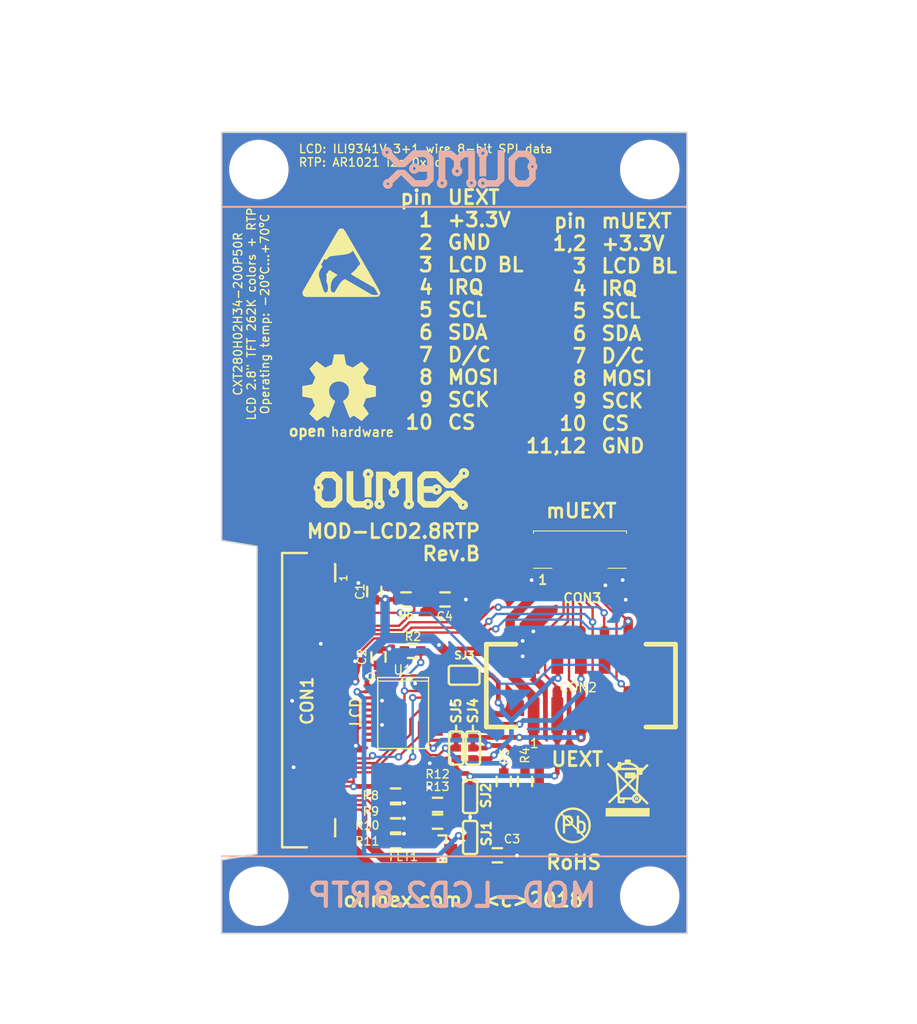
<source format=kicad_pcb>
(kicad_pcb (version 20221018) (generator pcbnew)
  (layers (0 "F.Cu" signal) (31 "B.Cu" signal) (34 "B.Paste" user) (35 "F.Paste" user) (36 "B.SilkS" user "B.Silkscreen") (37 "F.SilkS" user "F.Silkscreen") (38 "B.Mask" user) (39 "F.Mask" user) (44 "Edge.Cuts" user))
  (net 0 "")
  (net 1 "GND")
  (net 2 "+3V3")
  (net 3 "/RESET")
  (net 4 "/MOSI")
  (net 5 "/SCK")
  (net 6 "/NRD")
  (net 7 "/CS")
  (net 8 "/TE")
  (net 9 "/MISO")
  (net 10 "/YU")
  (net 11 "/XL")
  (net 12 "/YD")
  (net 13 "/LEDA")
  (net 14 "/LEDK1")
  (net 15 "/XR")
  (net 16 "/LEDK0")
  (net 17 "/LEDK2")
  (net 18 "/LEDK3")
  (net 19 "/RXD")
  (net 20 "/TXD")
  (net 21 "/SCL")
  (net 22 "/SDA")
  (net 23 "Net-(FET1-Pad1)")
  (net 24 "Net-(U1-Pad6)")
  (net 25 "Net-(U1-Pad10)")
  (net 26 "/D/C")
  (net 27 "Net-(CON1-Pad36)")
  (net 28 "Net-(CON1-Pad37)")
  (net 29 "Net-(R2-Pad1)")
  (net 30 "Net-(U1-Pad12)")
  (net 31 "Net-(R4-Pad1)")
  (net 32 "Net-(R5-Pad1)")
  (net 33 "Net-(R13-Pad1)")
  (net 34 "Net-(SJ1-Pad2)")
  (net 35 "Net-(SJ3-Pad1)")
  (footprint "OLIMEX_RLC-FP:C_0603_5MIL_DWS" (layer "F.Cu") (at 61.4 104.3 -90)
    (fp_text reference "C1")
    (fp_text value "1uF")
  )
  (footprint "OLIMEX_RLC-FP:C_0603_5MIL_DWS" (layer "F.Cu") (at 61.849 111.3282 90)
    (fp_text reference "C2")
    (fp_text value "1uF")
  )
  (footprint "OLIMEX_RLC-FP:C_0603_5MIL_DWS" (layer "F.Cu") (at 74.6252 132.6134 180)
    (fp_text reference "C3")
    (fp_text value "1uF")
  )
  (footprint "FPV-WZB21-50-LF" (layer "F.Cu") (at 55 115.96 90)
    (fp_text reference "CON1")
    (fp_text value "CONN_01X50")
  )
  (footprint "OLIMEX_Connectors-FP:UEXTM-SMD" (layer "F.Cu") (at 83.6 114.4 180)
    (fp_text reference "CON2")
    (fp_text value "BH10S")
  )
  (footprint "OLIMEX_Transistors-FP:SOT23" (layer "F.Cu") (at 68.5 131.9 180)
    (fp_text reference "FET1")
    (fp_text value "IRML6402")
  )
  (footprint "OLIMEX_RLC-FP:R_0603_5MIL_DWS" (layer "F.Cu") (at 63.689 126.2 180)
    (fp_text reference "R8")
    (fp_text value "22R")
  )
  (footprint "OLIMEX_RLC-FP:R_0603_5MIL_DWS" (layer "F.Cu") (at 63.7 127.9 180)
    (fp_text reference "R9")
    (fp_text value "22R")
  )
  (footprint "OLIMEX_RLC-FP:R_0603_5MIL_DWS" (layer "F.Cu") (at 63.7 129.4 180)
    (fp_text reference "R10")
    (fp_text value "22R")
  )
  (footprint "OLIMEX_RLC-FP:R_0603_5MIL_DWS" (layer "F.Cu") (at 63.7 131.1 180)
    (fp_text reference "R11")
    (fp_text value "22R")
  )
  (footprint "OLIMEX_IC-FP:SSOP-20W" (layer "F.Cu") (at 64.502 117.339999 -90)
    (fp_text reference "U1")
    (fp_text value "AR1021T-I_SS(SSOP-20)")
  )
  (footprint "OLIMEX_Other-FP:Mounting_hole_3.3mm" (layer "F.Cu") (at 91 59)
    (fp_text reference "MountingHole*" hide)
    (fp_text value "Mounting_hole_3.3mm" hide)
  )
  (footprint "OLIMEX_Other-FP:Mounting_hole_3.3mm" (layer "F.Cu") (at 49 59)
    (fp_text reference "MountingHole*" hide)
    (fp_text value "Mounting_hole_3.3mm" hide)
  )
  (footprint "OLIMEX_Other-FP:Mounting_hole_3.3mm" (layer "F.Cu") (at 49 137)
    (fp_text reference "MountingHole*" hide)
    (fp_text value "Mounting_hole_3.3mm" hide)
  )
  (footprint "OLIMEX_Other-FP:Mounting_hole_3.3mm" (layer "F.Cu") (at 91 137)
    (fp_text reference "MountingHole*" hide)
    (fp_text value "Mounting_hole_3.3mm" hide)
  )
  (footprint "OLIMEX_RLC-FP:R_0603_5MIL_DWS" (layer "F.Cu") (at 65.518 110.6678)
    (fp_text reference "R2")
    (fp_text value "20K")
  )
  (footprint "OLIMEX_RLC-FP:R_0603_5MIL_DWS" (layer "F.Cu") (at 77.597 124.685 -90)
    (fp_text reference "R4")
    (fp_text value "4.7k")
  )
  (footprint "OLIMEX_RLC-FP:R_0603_5MIL_DWS" (layer "F.Cu") (at 75.311 124.685001 -90)
    (fp_text reference "R5")
    (fp_text value "4.7k")
  )
  (footprint "OLIMEX_RLC-FP:R_0603_5MIL_DWS" (layer "F.Cu") (at 68.2 127.2 180)
    (fp_text reference "R12")
    (fp_text value "100K")
  )
  (footprint "OLIMEX_RLC-FP:R_0603_5MIL_DWS" (layer "F.Cu") (at 68.2 129 180)
    (fp_text reference "R13")
    (fp_text value "4.7K")
  )
  (footprint "OLIMEX_RLC-FP:C_0603_5MIL_DWS" (layer "F.Cu") (at 69 105.15)
    (fp_text reference "C4")
    (fp_text value "1uF")
  )
  (footprint "OLIMEX_RLC-FP:R_0603_5MIL_DWS" (layer "F.Cu") (at 64.805476 105.15)
    (fp_text reference "R6")
    (fp_text value "20K")
  )
  (footprint "OLIMEX_Connectors-FP:FPV-WZB21-12-LF" (layer "F.Cu") (at 83.5 100.3)
    (fp_text reference "CON3")
    (fp_text value "CON12")
  )
  (footprint "OLIMEX_LOGOs-FP:OLIMEX_LOGO_TB" (layer "F.Cu") (at 63.3984 93.2688)
    (fp_text reference "" hide)
    (fp_text value "" hide)
  )
  (footprint "OLIMEX_LOGOs-FP:LOGO_PBFREE" (layer "F.Cu") (at 82.9428 129.7176)
    (fp_text reference "")
    (fp_text value "")
  )
  (footprint "OLIMEX_LOGOs-FP:LOGO_OPENHARDWARE_8x8" (layer "F.Cu") (at 57.6072 82.9056)
    (fp_text reference "" hide)
    (fp_text value "" hide)
  )
  (footprint "OLIMEX_LOGOs-FP:LOGO_RECYCLEBIN_1" (layer "F.Cu") (at 86.2838 128.4224)
    (fp_text reference "" hide)
    (fp_text value "" hide)
  )
  (footprint "OLIMEX_LOGOs-FP:LOGO_STATIC_250" (layer "F.Cu") (at 57.8612 68.9864)
    (fp_text reference "" hide)
    (fp_text value "" hide)
  )
  (footprint "OLIMEX_Other-FP:Fiducial1x3_transp" (layer "F.Cu") (at 91 130.5)
    (fp_text reference "Ref*" hide)
    (fp_text value "Val**" hide)
  )
  (footprint "OLIMEX_Other-FP:Fiducial1x3_transp" (layer "F.Cu") (at 49 95)
    (fp_text reference "Ref*" hide)
    (fp_text value "Val**" hide)
  )
  (footprint "OLIMEX_Other-FP:Fiducial1x3_transp" (layer "F.Cu") (at 91 95)
    (fp_text reference "Ref*" hide)
    (fp_text value "Val**" hide)
  )
  (footprint "OLIMEX_Other-FP:Fiducial1x3_transp" (layer "F.Cu") (at 55 137)
    (fp_text reference "Ref*" hide)
    (fp_text value "Val**" hide)
  )
  (footprint "OLIMEX_Jumpers-FP:SJ_2_SMALL_12_TIED" (layer "F.Cu") (at 71.7 130.7 -90)
    (fp_text reference "SJ1")
    (fp_text value "SJ2W_Closed(1-2)")
  )
  (footprint "OLIMEX_Jumpers-FP:SJ_2_SMALL_12_TIED" (layer "F.Cu") (at 71.7 126.3 90)
    (fp_text reference "SJ2")
    (fp_text value "SJ2W_Closed(1-2)")
  )
  (footprint "OLIMEX_Jumpers-FP:SJ" (layer "F.Cu") (at 71.0565 113.284)
    (fp_text reference "SJ3")
    (fp_text value "open")
  )
  (footprint "OLIMEX_Jumpers-FP:SJ_2_SMALL_12_TIED" (layer "F.Cu") (at 72 121.1 -90)
    (fp_text reference "SJ4")
    (fp_text value "SJ2W_Closed(1-2)")
  )
  (footprint "OLIMEX_Jumpers-FP:SJ_2_SMALL_12_TIED" (layer "F.Cu") (at 70.2 121.1 -90)
    (fp_text reference "SJ5")
    (fp_text value "SJ2W_Closed(1-2)")
  )
  (footprint "OLIMEX_LOGOs-FP:OLIMEX_LOGO_TB" (layer "B.Cu") (at 70.4 58.81 180)
    (fp_text reference "" hide)
    (fp_text value "" hide)
  )
  (gr_line (start 45 132.725) (end 95 132.725) (stroke (width 0.2)) (layer "B.SilkS"))
  (gr_line (start 95 63) (end 45 63) (stroke (width 0.2)) (layer "B.SilkS"))
  (gr_line (start 95 141) (end 45 141) (stroke (width 0.15)) (layer "Edge.Cuts"))
  (gr_line (start 95 55) (end 95 141) (stroke (width 0.15)) (layer "Edge.Cuts"))
  (gr_line (start 45 55) (end 95 55) (stroke (width 0.15)) (layer "Edge.Cuts"))
  (gr_line (start 48.81 132.47) (end 45 133.105) (stroke (width 0.15)) (layer "Edge.Cuts"))
  (gr_line (start 45 98.815) (end 45 55) (stroke (width 0.15)) (layer "Edge.Cuts"))
  (gr_line (start 45 133.105) (end 45 141) (stroke (width 0.15)) (layer "Edge.Cuts"))
  (gr_line (start 45 98.815) (end 48.81 99.45) (stroke (width 0.15)) (layer "Edge.Cuts"))
  (gr_line (start 48.81 99.45) (end 48.81 132.47) (stroke (width 0.15)) (layer "Edge.Cuts"))
  (gr_text "MOD-LCD2.8RTP" (at 69.765 136.915) (layer "B.SilkS") (effects (font (size 2.5 2.5) (thickness 0.45)) (justify mirror)))
  (gr_text "mUEXT" (at 83.6422 95.631) (layer "F.SilkS") (effects (font (size 1.5 1.5) (thickness 0.3))))
  (gr_text "mUEXT\n+3.3V\nLCD BL\nIRQ\nSCL\nSDA\nD/C\nMOSI\nSCK\nCS\nGND" (at 85.64 76.59) (layer "F.SilkS") (effects (font (size 1.5 1.5) (thickness 0.3)) (justify left)))
  (gr_text "UEXT\n+3.3V\nGND\nLCD BL\nIRQ\nSCL\nSDA\nD/C\nMOSI\nSCK\nCS" (at 69.13 74.05) (layer "F.SilkS") (effects (font (size 1.5 1.5) (thickness 0.3)) (justify left)))
  (gr_text "pin\n1\n2\n3\n4\n5\n6\n7\n8\n9\n10" (at 67.86 74.05) (layer "F.SilkS") (effects (font (size 1.5 1.5) (thickness 0.3)) (justify right)))
  (gr_text "LCD: ILI9341V 3+1 wire 8-bit SPI data\nRTP: AR1021 i2c 0x4d" (at 53.2 57.5) (layer "F.SilkS") (effects (font (size 0.9 0.9)) (justify left)))
  (gr_text "pin\n1,2\n3\n4\n5\n6\n7\n8\n9\n10\n11,12" (at 84.37 76.59) (layer "F.SilkS") (effects (font (size 1.5 1.5) (thickness 0.3)) (justify right)))
  (gr_text "UEXT" (at 83.2 122.3) (layer "F.SilkS") (effects (font (size 1.5 1.5) (thickness 0.3))))
  (gr_text "1" (at 79.502 103.0478) (layer "F.SilkS") (effects (font (size 1 1) (thickness 0.2))))
  (gr_text "olimex.com  <c>2018" (at 70.9676 137.3886) (layer "F.SilkS") (effects (font (size 1.5 1.5) (thickness 0.3))))
  (gr_text "RoHS" (at 82.8294 133.3754) (layer "F.SilkS") (effects (font (size 1.5 1.5) (thickness 0.3))))
  (gr_text "MOD-LCD2.8RTP\nRev.B" (at 72.9488 99.0346) (layer "F.SilkS") (effects (font (size 1.5 1.5) (thickness 0.3)) (justify right)))
  (gr_text "CXT280H02H34-200P50R\nLCD 2.8\" TFT 262K colors + RTP\nOperating temp: -20ºC...+70ºC" (at 48.2 74.5 90) (layer "F.SilkS") (effects (font (size 0.9 0.9))))
  (gr_text "LCD" (at 59.3725 117.221 90) (layer "F.SilkS") (effects (font (size 1.1 1.1) (thickness 0.2))))
  (segment (start 64.9732 125.2982) (end 64.578 125.6934) (width 0.508) (layer "F.Cu") (net 1))
  (segment (start 57.75 111.71) (end 55.94 111.71) (width 0.254) (layer "F.Cu") (net 1))
  (segment (start 61.4 103.411) (end 69.375 103.411) (width 0.508) (layer "F.Cu") (net 1))
  (segment (start 55.94 103.71) (end 55.65 104) (width 0.254) (layer "F.Cu") (net 1))
  (segment (start 77.343 109.601) (end 77.343 110.048) (width 1.016) (layer "F.Cu") (net 1))
  (segment (start 64.589 129.4) (end 64.589 128.651) (width 0.508) (layer "F.Cu") (net 1))
  (segment (start 58.858 104.21) (end 59.69 103.378) (width 0.254) (layer "F.Cu") (net 1))
  (segment (start 88.4 99.95) (end 88.4 97.6202) (width 1.016) (layer "F.Cu") (net 1))
  (segment (start 57.75 116.71) (end 55.86 116.71) (width 0.254) (layer "F.Cu") (net 1))
  (segment (start 57.75 114.71) (end 55.86 114.71) (width 0.254) (layer "F.Cu") (net 1))
  (segment (start 66.2932 125.2982) (end 64.9732 125.2982) (width 0.508) (layer "F.Cu") (net 1))
  (segment (start 55.86 107.71) (end 55.65 107.5) (width 0.254) (layer "F.Cu") (net 1))
  (segment (start 57.75 106.71) (end 55.86 106.71) (width 0.254) (layer "F.Cu") (net 1))
  (segment (start 55.94 112.71) (end 55.65 113) (width 0.254) (layer "F.Cu") (net 1))
  (segment (start 71.7 127.443) (end 71.7 128.524) (width 0.508) (layer "F.Cu") (net 1))
  (segment (start 66.031999 114.418999) (end 65.786 114.173) (width 0.254) (layer "F.Cu") (net 1))
  (segment (start 61.849 110.4392) (end 62.992 110.4392) (width 0.508) (layer "F.Cu") (net 1))
  (segment (start 69.6595 116.961187) (end 69.6595 116.395502) (width 0.25) (layer "F.Cu") (net 1))
  (segment (start 66.295 125.3) (end 66.2932 125.2982) (width 0.508) (layer "F.Cu") (net 1))
  (segment (start 55.86 104.21) (end 55.65 104) (width 0.254) (layer "F.Cu") (net 1))
  (segment (start 68.1215 118.314999) (end 69.0065 118.314999) (width 0.25) (layer "F.Cu") (net 1))
  (segment (start 57.75 104.21) (end 58.858 104.21) (width 0.254) (layer "F.Cu") (net 1))
  (segment (start 55.65 117.5) (end 55.65 118) (width 1.016) (layer "F.Cu") (net 1))
  (segment (start 55.94 118.71) (end 55.65 119) (width 0.254) (layer "F.Cu") (net 1))
  (segment (start 55.86 119.21) (end 55.65 119) (width 0.254) (layer "F.Cu") (net 1))
  (segment (start 57.75 125.71) (end 55.94 125.71) (width 0.254) (layer "F.Cu") (net 1))
  (segment (start 57.75 115.71) (end 55.86 115.71) (width 0.254) (layer "F.Cu") (net 1))
  (segment (start 57.75 103.71) (end 55.94 103.71) (width 0.254) (layer "F.Cu") (net 1))
  (segment (start 71.247 105.156) (end 69.895 105.156) (width 0.508) (layer "F.Cu") (net 1))
  (segment (start 69.6595 117.661999) (end 69.6595 116.961187) (width 0.25) (layer "F.Cu") (net 1))
  (segment (start 55.65 112) (end 55.65 113) (width 1.016) (layer "F.Cu") (net 1))
  (segment (start 64.578 125.6934) (end 64.578 126.2) (width 0.508) (layer "F.Cu") (net 1))
  (segment (start 57.75 115.21) (end 55.94 115.21) (width 0.254) (layer "F.Cu") (net 1))
  (segment (start 55.86 115.71) (end 55.65 115.5) (width 0.254) (layer "F.Cu") (net 1))
  (segment (start 60.8825 115.714999) (end 61.930498 115.714999) (width 0.25) (layer "F.Cu") (net 1))
  (segment (start 55.65 114.5) (end 55.65 115.5) (width 1.016) (layer "F.Cu") (net 1))
  (segment (start 55.65 114) (end 55.65 114.5) (width 1.016) (layer "F.Cu") (net 1))
  (segment (start 78.493 111.252) (end 78.52 111.225) (width 1.016) (layer "F.Cu") (net 1))
  (segment (start 77.343 111.252) (end 78.493 111.252) (width 1.016) (layer "F.Cu") (net 1))
  (segment (start 55.65 120) (end 55.65 126) (width 1.016) (layer "F.Cu") (net 1))
  (segment (start 55.94 116.21) (end 55.65 116.5) (width 0.254) (layer "F.Cu") (net 1))
  (segment (start 78.6 99.95) (end 78.6 102.7814) (width 1.016) (layer "F.Cu") (net 1))
  (segment (start 55.86 120.21) (end 55.65 120) (width 0.254) (layer "F.Cu") (net 1))
  (segment (start 64.589 127) (end 64.589 126.211) (width 0.508) (layer "F.Cu") (net 1))
  (segment (start 77.343 110.048) (end 78.52 111.225) (width 1.016) (layer "F.Cu") (net 1))
  (segment (start 76.708 132.6134) (end 76.7334 132.6388) (width 0.508) (layer "F.Cu") (net 1))
  (segment (start 78.359 108.585) (end 77.343 109.601) (width 1.016) (layer "F.Cu") (net 1))
  (segment (start 61.883001 118.964999) (end 62.23 118.618) (width 0.25) (layer "F.Cu") (net 1))
  (segment (start 59.69 103.378) (end 61.367 103.378) (width 0.508) (layer "F.Cu") (net 1))
  (segment (start 55.65 106.5) (end 55.65 107) (width 1.016) (layer "F.Cu") (net 1))
  (segment (start 64.589 128.651) (end 64.589 127.9) (width 0.508) (layer "F.Cu") (net 1))
  (segment (start 61.879502 116.364999) (end 62.23 116.014501) (width 0.25) (layer "F.Cu") (net 1))
  (segment (start 71.7 128.524) (end 71.7 129.557) (width 0.508) (layer "F.Cu") (net 1))
  (segment (start 55.94 111.71) (end 55.65 112) (width 0.254) (layer "F.Cu") (net 1))
  (segment (start 61.926999 118.314999) (end 62.23 118.618) (width 0.25) (layer "F.Cu") (net 1))
  (segment (start 55.94 115.21) (end 55.65 115.5) (width 0.254) (layer "F.Cu") (net 1))
  (segment (start 55.65 109.9058) (end 55.65 112) (width 1.016) (layer "F.Cu") (net 1))
  (segment (start 68.4136 116.374799) (end 68.434303 116.395502) (width 0.254) (layer "F.Cu") (net 1))
  (segment (start 55.65 116.5) (end 55.65 117.5) (width 1.016) (layer "F.Cu") (net 1))
  (segment (start 78.6 102.7814) (end 78.3082 103.0732) (width 1.016) (layer "F.Cu") (net 1))
  (segment (start 64.589 131.1) (end 64.589 130.302) (width 0.508) (layer "F.Cu") (net 1))
  (segment (start 57.75 113.21) (end 55.86 113.21) (width 0.254) (layer "F.Cu") (net 1))
  (segment (start 60.946 118.330599) (end 60.946 118.344185) (width 0.254) (layer "F.Cu") (net 1))
  (segment (start 78.6 99.95) (end 88.4 99.95) (width 1.016) (layer "F.Cu") (net 1))
  (segment (start 55.86 114.71) (end 55.65 114.5) (width 0.254) (layer "F.Cu") (net 1))
  (segment (start 64.589 130.302) (end 64.589 129.4) (width 0.508) (layer "F.Cu") (net 1))
  (segment (start 69.889 103.925) (end 69.889 105.15) (width 0.508) (layer "F.Cu") (net 1))
  (segment (start 57.75 113.71) (end 55.94 113.71) (width 0.254) (layer "F.Cu") (net 1))
  (segment (start 67.311 125.3) (end 66.295 125.3) (width 0.508) (layer "F.Cu") (net 1))
  (segment (start 55.65 115.5) (end 55.65 116.5) (width 1.016) (layer "F.Cu") (net 1))
  (segment (start 57.75 114.21) (end 55.94 114.21) (width 0.254) (layer "F.Cu") (net 1))
  (segment (start 69.375 103.411) (end 69.889 103.925) (width 0.508) (layer "F.Cu") (net 1))
  (segment (start 57.75 112.21) (end 55.86 112.21) (width 0.254) (layer "F.Cu") (net 1))
  (segment (start 78.6 99.95) (end 76.8868 99.95) (width 1.016) (layer "F.Cu") (net 1))
  (segment (start 57.75 116.21) (end 55.94 116.21) (width 0.254) (layer "F.Cu") (net 1))
  (segment (start 61.930498 115.714999) (end 62.23 116.014501) (width 0.25) (layer "F.Cu") (net 1))
  (segment (start 57.75 119.21) (end 55.86 119.21) (width 0.254) (layer "F.Cu") (net 1))
  (segment (start 55.65 118) (end 55.65 119) (width 1.016) (layer "F.Cu") (net 1))
  (segment (start 55.65 105) (end 55.65 106) (width 1.016) (layer "F.Cu") (net 1))
  (segment (start 55.65 104) (end 55.65 105) (width 1.016) (layer "F.Cu") (net 1))
  (segment (start 85.75 102.05) (end 85.75 103.149) (width 0.254) (layer "F.Cu") (net 1))
  (segment (start 59.358 103.71) (end 59.69 103.378) (width 0.254) (layer "F.Cu") (net 1))
  (segment (start 57.75 103.71) (end 59.358 103.71) (width 0.254) (layer "F.Cu") (net 1))
  (segment (start 88.4 102.7604) (end 88.0872 103.0732) (width 1.016) (layer "F.Cu") (net 1))
  (segment (start 55.65 113) (end 55.65 114) (width 1.016) (layer "F.Cu") (net 1))
  (segment (start 55.94 113.71) (end 55.65 114) (width 0.254) (layer "F.Cu") (net 1))
  (segment (start 55.86 116.71) (end 55.65 116.5) (width 0.254) (layer "F.Cu") (net 1))
  (segment (start 78.6 99.95) (end 78.6 97.6246) (width 1.016) (layer "F.Cu") (net 1))
  (segment (start 88.4 99.95) (end 90.6008 99.95) (width 1.016) (layer "F.Cu") (net 1))
  (segment (start 57.75 119.71) (end 55.94 119.71) (width 0.254) (layer "F.Cu") (net 1))
  (segment (start 55.94 125.71) (end 55.65 126) (width 0.254) (layer "F.Cu") (net 1))
  (segment (start 68.434303 116.395502) (end 69.093815 116.395502) (width 0.254) (layer "F.Cu") (net 1))
  (segment (start 55.94 119.71) (end 55.65 120) (width 0.254) (layer "F.Cu") (net 1))
  (segment (start 64.589 126.211) (end 64.578 126.2) (width 0.508) (layer "F.Cu") (net 1))
  (segment (start 55.86 106.21) (end 55.65 106) (width 0.254) (layer "F.Cu") (net 1))
  (segment (start 86.25 102.05) (end 86.25 103.615) (width 0.254) (layer "F.Cu") (net 1))
  (segment (start 62.992 110.4392) (end 63.0174 110.4646) (width 0.508) (layer "F.Cu") (net 1))
  (segment (start 55.86 105.21) (end 55.65 105) (width 0.254) (layer "F.Cu") (net 1))
  (segment (start 57.75 118.71) (end 55.94 118.71) (width 0.254) (layer "F.Cu") (net 1))
  (segment (start 55.65 119) (end 55.65 120) (width 1.016) (layer "F.Cu") (net 1))
  (segment (start 57.75 118.21) (end 55.86 118.21) (width 0.254) (layer "F.Cu") (net 1))
  (segment (start 67.169 114.418999) (end 66.031999 114.418999) (width 0.254) (layer "F.Cu") (net 1))
  (segment (start 86.25 103.615) (end 86.233 103.632) (width 0.254) (layer "F.Cu") (net 1))
  (segment (start 57.75 120.21) (end 55.86 120.21) (width 0.254) (layer "F.Cu") (net 1))
  (segment (start 55.65 106) (end 55.65 106.5) (width 1.016) (layer "F.Cu") (net 1))
  (segment (start 55.86 113.21) (end 55.65 113) (width 0.254) (layer "F.Cu") (net 1))
  (segment (start 57.75 105.21) (end 55.86 105.21) (width 0.254) (layer "F.Cu") (net 1))
  (segment (start 55.65 126) (end 55.65 130.36) (width 1.016) (layer "F.Cu") (net 1))
  (segment (start 57.75 104.21) (end 55.86 104.21) (width 0.254) (layer "F.Cu") (net 1))
  (segment (start 60.946 118.965599) (end 60.946 118.891815) (width 0.254) (layer "F.Cu") (net 1))
  (segment (start 57.75 107.71) (end 55.86 107.71) (width 0.254) (layer "F.Cu") (net 1))
  (segment (start 55.86 112.21) (end 55.65 112) (width 0.254) (layer "F.Cu") (net 1))
  (segment (start 60.8825 118.964999) (end 61.883001 118.964999) (width 0.25) (layer "F.Cu") (net 1))
  (segment (start 55.94 117.71) (end 55.65 118) (width 0.254) (layer "F.Cu") (net 1))
  (segment (start 55.94 114.21) (end 55.65 114.5) (width 0.254) (layer "F.Cu") (net 1))
  (segment (start 55.65 101.56) (end 55.65 104) (width 1.016) (layer "F.Cu") (net 1))
  (segment (start 75.5142 132.6134) (end 76.708 132.6134) (width 0.508) (layer "F.Cu") (net 1))
  (segment (start 78.486 108.585) (end 78.359 108.585) (width 1.016) (layer "F.Cu") (net 1))
  (segment (start 55.65 107.5) (end 55.65 109.9058) (width 1.016) (layer "F.Cu") (net 1))
  (segment (start 55.86 118.21) (end 55.65 118) (width 0.254) (layer "F.Cu") (net 1))
  (segment (start 69.093815 116.395502) (end 69.6595 116.395502) (width 0.254) (layer "F.Cu") (net 1))
  (segment (start 61.367 103.378) (end 61.4 103.411) (width 0.508) (layer "F.Cu") (net 1))
  (segment (start 64.589 127.9) (end 64.589 127) (width 0.508) (layer "F.Cu") (net 1))
  (segment (start 60.8825 116.364999) (end 61.879502 116.364999) (width 0.25) (layer "F.Cu") (net 1))
  (segment (start 55.94 117.21) (end 55.65 117.5) (width 0.254) (layer "F.Cu") (net 1))
  (segment (start 55.86 107.21) (end 55.65 107) (width 0.254) (layer "F.Cu") (net 1))
  (segment (start 55.65 107) (end 55.65 107.5) (width 1.016) (layer "F.Cu") (net 1))
  (segment (start 69.0065 118.314999) (end 69.6595 117.661999) (width 0.25) (layer "F.Cu") (net 1))
  (segment (start 67.169 114.418999) (end 68.058 114.418999) (width 0.254) (layer "F.Cu") (net 1))
  (segment (start 57.75 117.71) (end 55.94 117.71) (width 0.254) (layer "F.Cu") (net 1))
  (segment (start 57.75 112.71) (end 55.94 112.71) (width 0.254) (layer "F.Cu") (net 1))
  (segment (start 69.895 105.156) (end 69.889 105.15) (width 0.508) (layer "F.Cu") (net 1))
  (segment (start 60.8825 118.314999) (end 61.926999 118.314999) (width 0.25) (layer "F.Cu") (net 1))
  (segment (start 55.86 106.71) (end 55.65 106.5) (width 0.254) (layer "F.Cu") (net 1))
  (segment (start 57.75 106.21) (end 55.86 106.21) (width 0.254) (layer "F.Cu") (net 1))
  (segment (start 85.75 103.149) (end 86.233 103.632) (width 0.254) (layer "F.Cu") (net 1))
  (segment (start 57.75 107.21) (end 55.86 107.21) (width 0.254) (layer "F.Cu") (net 1))
  (segment (start 88.4 99.95) (end 88.4 102.7604) (width 1.016) (layer "F.Cu") (net 1))
  (segment (start 57.75 117.21) (end 55.94 117.21) (width 0.254) (layer "F.Cu") (net 1))
  (via (at 77.343 109.601) (size 0.8) (drill 0.4) (layers "F.Cu" "B.Cu") (net 1))
  (via (at 77.343 111.252) (size 0.8) (drill 0.4) (layers "F.Cu" "B.Cu") (net 1))
  (via (at 86.233 103.632) (size 0.8) (drill 0.4) (layers "F.Cu" "B.Cu") (net 1))
  (via (at 71.247 105.156) (size 0.8) (drill 0.4) (layers "F.Cu" "B.Cu") (net 1))
  (via (at 59.69 103.378) (size 0.8) (drill 0.4) (layers "F.Cu" "B.Cu") (net 1))
  (via (at 78.486 108.585) (size 0.8) (drill 0.4) (layers "F.Cu" "B.Cu") (net 1))
  (via (at 52.578 116.0272) (size 0.8) (drill 0.4) (layers "F.Cu" "B.Cu") (net 1))
  (via (at 55.65 109.9058) (size 0.8) (drill 0.4) (layers "F.Cu" "B.Cu") (net 1))
  (via (at 64.589 130.302) (size 0.8) (drill 0.4) (layers "F.Cu" "B.Cu") (net 1))
  (via (at 78.3082 103.0732) (size 0.8) (drill 0.4) (layers "F.Cu" "B.Cu") (net 1))
  (via (at 59.3598 113.9952) (size 0.8) (drill 0.4) (layers "F.Cu" "B.Cu") (net 1))
  (via (at 67.3608 122.7328) (size 0.8) (drill 0.4) (layers "F.Cu" "B.Cu") (net 1))
  (via (at 62.23 116.014501) (size 0.8) (drill 0.4) (layers "F.Cu" "B.Cu") (net 1))
  (via (at 71.7 128.524) (size 0.8) (drill 0.4) (layers "F.Cu" "B.Cu") (net 1))
  (via (at 67.3354 125.349) (size 0.8) (drill 0.4) (layers "F.Cu" "B.Cu") (net 1))
  (via (at 65.786 114.173) (size 0.8) (drill 0.4) (layers "F.Cu" "B.Cu") (net 1))
  (via (at 62.23 118.618) (size 0.8) (drill 0.4) (layers "F.Cu" "B.Cu") (net 1))
  (via (at 59.4106 120.8532) (size 0.8) (drill 0.4) (layers "F.Cu" "B.Cu") (net 1))
  (via (at 52.7304 123.1646) (size 0.8) (drill 0.4) (layers "F.Cu" "B.Cu") (net 1))
  (via (at 76.7334 132.6388) (size 0.8) (drill 0.4) (layers "F.Cu" "B.Cu") (net 1))
  (via (at 88.0872 103.0732) (size 0.8) (drill 0.4) (layers "F.Cu" "B.Cu") (net 1))
  (via (at 69.6595 116.395502) (size 0.8) (drill 0.4) (layers "F.Cu" "B.Cu") (net 1))
  (via (at 64.589 127) (size 0.8) (drill 0.4) (layers "F.Cu" "B.Cu") (net 1))
  (via (at 59.3344 111.7854) (size 0.8) (drill 0.4) (layers "F.Cu" "B.Cu") (net 1))
  (via (at 63.0174 110.4646) (size 0.8) (drill 0.4) (layers "F.Cu" "B.Cu") (net 1))
  (via (at 88.4174 105.1814) (size 0.8) (drill 0.4) (layers "F.Cu" "B.Cu") (net 1))
  (via (at 64.589 128.651) (size 0.8) (drill 0.4) (layers "F.Cu" "B.Cu") (net 1))
  (segment (start 71.646999 107.145041) (end 74.102958 109.601) (width 1.016) (layer "B.Cu") (net 1))
  (segment (start 74.102958 109.601) (end 77.245156 109.601) (width 1.016) (layer "B.Cu") (net 1))
  (segment (start 86.233 103.632) (end 72.771 103.632) (width 1.016) (layer "B.Cu") (net 1))
  (segment (start 77.245156 109.601) (end 77.294078 109.649922) (width 1.016) (layer "B.Cu") (net 1))
  (segment (start 77.343 109.601) (end 77.343 111.252) (width 1.016) (layer "B.Cu") (net 1))
  (segment (start 59.69 103.378) (end 69.469 103.378) (width 1.016) (layer "B.Cu") (net 1))
  (segment (start 71.646999 105.555999) (end 71.646999 107.145041) (width 1.016) (layer "B.Cu") (net 1))
  (segment (start 71.247 105.156) (end 71.646999 105.555999) (width 1.016) (layer "B.Cu") (net 1))
  (segment (start 59.69 105.8658) (end 55.65 109.9058) (width 1.016) (layer "B.Cu") (net 1))
  (segment (start 72.771 103.632) (end 71.247 105.156) (width 1.016) (layer "B.Cu") (net 1))
  (segment (start 59.69 103.378) (end 59.69 105.8658) (width 1.016) (layer "B.Cu") (net 1))
  (segment (start 69.469 103.378) (end 71.247 105.156) (width 1.016) (layer "B.Cu") (net 1))
  (segment (start 80.9752 103.2288) (end 80.75 103.0036) (width 0.254) (layer "F.Cu") (net 2))
  (segment (start 58.654 124.71) (end 58.658 124.714) (width 0.254) (layer "F.Cu") (net 2))
  (segment (start 61.4 105.189) (end 60.921 104.71) (width 0.508) (layer "F.Cu") (net 2))
  (segment (start 71.7 131.843) (end 71.7 133.041) (width 0.508) (layer "F.Cu") (net 2))
  (segment (start 77.597 126.59) (end 77.6224 126.6154) (width 0.508) (layer "F.Cu") (net 2))
  (segment (start 62.5602 105.15) (end 61.439 105.15) (width 0.508) (layer "F.Cu") (net 2))
  (segment (start 78.52 117.575) (end 78.52 116.7044) (width 1.016) (layer "F.Cu") (net 2))
  (segment (start 81.25 102.954) (end 80.9752 103.2288) (width 0.254) (layer "F.Cu") (net 2))
  (segment (start 59.182 124.714) (end 59.182 125.222) (width 0.254) (layer "F.Cu") (net 2))
  (segment (start 71.7804 133.1214) (end 69.85 133.1214) (width 1.016) (layer "F.Cu") (net 2))
  (segment (start 69.60236 131.01956) (end 69.60236 131.89746) (width 0.254) (layer "F.Cu") (net 2))
  (segment (start 61.341 125.222) (end 62.103 124.46) (width 0.508) (layer "F.Cu") (net 2))
  (segment (start 61.4 105.189) (end 60.879 105.71) (width 0.508) (layer "F.Cu") (net 2))
  (segment (start 68.834 123.825) (end 69.089 124.08) (width 0.508) (layer "F.Cu") (net 2))
  (segment (start 80.9752 103.2288) (end 80.9752 104.267) (width 0.508) (layer "F.Cu") (net 2))
  (segment (start 79.121 121.097) (end 79.121 126.5174) (width 1.016) (layer "F.Cu") (net 2))
  (segment (start 61.849 112.2172) (end 61.087 112.2172) (width 0.254) (layer "F.Cu") (net 2))
  (segment (start 69.089 124.08) (end 69.089 125.3) (width 0.508) (layer "F.Cu") (net 2))
  (segment (start 77.597 125.574) (end 77.597 126.59) (width 0.508) (layer "F.Cu") (net 2))
  (segment (start 73.4314 132.6134) (end 72.9234 133.1214) (width 1.016) (layer "F.Cu") (net 2))
  (segment (start 78.5114 127.127) (end 77.6224 127.127) (width 1.016) (layer "F.Cu") (net 2))
  (segment (start 73.4314 128.2192) (end 73.4314 132.6134) (width 1.016) (layer "F.Cu") (net 2))
  (segment (start 74.5236 127.127) (end 73.4314 128.2192) (width 1.016) (layer "F.Cu") (net 2))
  (segment (start 61.087 112.2172) (end 60.6044 112.6998) (width 0.254) (layer "F.Cu") (net 2))
  (segment (start 71.7 133.041) (end 71.7804 133.1214) (width 0.508) (layer "F.Cu") (net 2))
  (segment (start 75.9968 110.7186) (end 69.0372 110.7186) (width 1.016) (layer "F.Cu") (net 2))
  (segment (start 57.75 104.71) (end 59.3344 104.71) (width 0.254) (layer "F.Cu") (net 2))
  (segment (start 59.3138 105.71) (end 60.879 105.71) (width 0.508) (layer "F.Cu") (net 2))
  (segment (start 69.089 125.3) (end 69.089 127.2) (width 0.508) (layer "F.Cu") (net 2))
  (segment (start 72.9234 133.1214) (end 71.7804 133.1214) (width 1.016) (layer "F.Cu") (net 2))
  (segment (start 75.9968 110.7186) (end 75.9968 107.2896) (width 1.016) (layer "F.Cu") (net 2))
  (segment (start 69.0372 110.7186) (end 68.3514 110.0328) (width 1.016) (layer "F.Cu") (net 2))
  (segment (start 68.327 127.2) (end 68.253999 127.273001) (width 0.254) (layer "F.Cu") (net 2))
  (segment (start 79.121 126.5174) (end 78.5114 127.127) (width 1.016) (layer "F.Cu") (net 2))
  (segment (start 78.5114 115.6462) (end 75.9968 113.1316) (width 1.016) (layer "F.Cu") (net 2))
  (segment (start 62.103 124.46) (end 65.024 124.46) (width 0.508) (layer "F.Cu") (net 2))
  (segment (start 68.253999 127.273001) (end 68.253999 129.671199) (width 0.254) (layer "F.Cu") (net 2))
  (segment (start 58.658 124.714) (end 59.182 124.714) (width 0.254) (layer "F.Cu") (net 2))
  (segment (start 78.52 120.496) (end 79.121 121.097) (width 1.016) (layer "F.Cu") (net 2))
  (segment (start 65.659 123.825) (end 68.834 123.825) (width 0.508) (layer "F.Cu") (net 2))
  (segment (start 75.3872 126.666201) (end 75.3872 127.127) (width 0.508) (layer "F.Cu") (net 2))
  (segment (start 73.7362 132.6134) (end 73.4314 132.6134) (width 0.508) (layer "F.Cu") (net 2))
  (segment (start 59.309 105.7148) (end 59.3138 105.71) (width 0.508) (layer "F.Cu") (net 2))
  (segment (start 80.75 103.0036) (end 80.75 102.05) (width 0.254) (layer "F.Cu") (net 2))
  (segment (start 75.311 126.590001) (end 75.3872 126.666201) (width 0.508) (layer "F.Cu") (net 2))
  (segment (start 59.178 124.21) (end 59.182 124.214) (width 0.254) (layer "F.Cu") (net 2))
  (segment (start 59.182 124.214) (end 59.182 124.714) (width 0.254) (layer "F.Cu") (net 2))
  (segment (start 59.17 125.21) (end 59.182 125.222) (width 0.254) (layer "F.Cu") (net 2))
  (segment (start 65.024 124.46) (end 65.659 123.825) (width 0.508) (layer "F.Cu") (net 2))
  (segment (start 69.089 127.2) (end 68.327 127.2) (width 0.254) (layer "F.Cu") (net 2))
  (segment (start 78.52 116.7044) (end 78.5114 116.6958) (width 1.016) (layer "F.Cu") (net 2))
  (segment (start 57.75 125.21) (end 59.17 125.21) (width 0.254) (layer "F.Cu") (net 2))
  (segment (start 75.9968 113.1316) (end 75.9968 110.7186) (width 1.016) (layer "F.Cu") (net 2))
  (segment (start 59.3344 104.71) (end 60.921 104.71) (width 0.508) (layer "F.Cu") (net 2))
  (segment (start 75.3872 127.127) (end 74.5236 127.127) (width 1.016) (layer "F.Cu") (net 2))
  (segment (start 77.6224 127.127) (end 75.3872 127.127) (width 1.016) (layer "F.Cu") (net 2))
  (segment (start 77.6224 126.6154) (end 77.6224 127.127) (width 0.508) (layer "F.Cu") (net 2))
  (segment (start 75.311 125.574001) (end 75.311 126.590001) (width 0.508) (layer "F.Cu") (net 2))
  (segment (start 78.52 117.575) (end 78.52 120.496) (width 1.016) (layer "F.Cu") (net 2))
  (segment (start 80.4418 104.8004) (end 80.90538 104.33682) (width 1.016) (layer "F.Cu") (net 2))
  (segment (start 68.253999 129.671199) (end 69.60236 131.01956) (width 0.254) (layer "F.Cu") (net 2))
  (segment (start 81.25 102.05) (end 81.25 102.954) (width 0.254) (layer "F.Cu") (net 2))
  (segment (start 60.6044 113.3856) (end 60.6044 114.077399) (width 0.508) (layer "F.Cu") (net 2))
  (segment (start 59.182 125.222) (end 61.341 125.222) (width 0.508) (layer "F.Cu") (net 2))
  (segment (start 69.85 133.1214) (end 69.60236 132.87376) (width 1.016) (layer "F.Cu") (net 2))
  (segment (start 69.60236 132.87376) (end 69.60236 131.89746) (width 1.016) (layer "F.Cu") (net 2))
  (segment (start 78.5114 116.6958) (end 78.5114 115.6462) (width 1.016) (layer "F.Cu") (net 2))
  (segment (start 60.946 114.418999) (end 60.6044 114.077399) (width 0.254) (layer "F.Cu") (net 2))
  (segment (start 57.75 105.71) (end 59.2328 105.71) (width 0.254) (layer "F.Cu") (net 2))
  (segment (start 75.9968 107.2896) (end 78.486 104.8004) (width 1.016) (layer "F.Cu") (net 2))
  (segment (start 57.75 124.21) (end 59.178 124.21) (width 0.254) (layer "F.Cu") (net 2))
  (segment (start 80.9752 104.267) (end 80.90538 104.33682) (width 0.508) (layer "F.Cu") (net 2))
  (segment (start 60.6044 112.6998) (end 60.6044 113.3856) (width 0.508) (layer "F.Cu") (net 2))
  (segment (start 78.486 104.8004) (end 80.4418 104.8004) (width 1.016) (layer "F.Cu") (net 2))
  (segment (start 57.75 124.71) (end 58.654 124.71) (width 0.254) (layer "F.Cu") (net 2))
  (segment (start 61.439 105.15) (end 61.4 105.189) (width 0.508) (layer "F.Cu") (net 2))
  (segment (start 62.5602 105.15) (end 63.916476 105.15) (width 0.508) (layer "F.Cu") (net 2))
  (via (at 62.5602 105.15) (size 0.8) (drill 0.4) (layers "F.Cu" "B.Cu") (net 2))
  (via (at 68.3514 110.0328) (size 0.8) (drill 0.4) (layers "F.Cu" "B.Cu") (net 2))
  (via (at 60.6044 113.3856) (size 0.8) (drill 0.4) (layers "F.Cu" "B.Cu") (net 2))
  (via (at 59.182 125.222) (size 0.8) (drill 0.4) (layers "F.Cu" "B.Cu") (net 2))
  (segment (start 68.3514 110.0328) (end 67.675199 109.356599) (width 1.016) (layer "B.Cu") (net 2))
  (segment (start 60.6044 112.819915) (end 60.6044 113.3856) (width 1.016) (layer "B.Cu") (net 2))
  (segment (start 60.6044 111.237758) (end 60.6044 112.819915) (width 1.016) (layer "B.Cu") (net 2))
  (segment (start 62.5602 105.15) (end 62.5602 109.281958) (width 1.016) (layer "B.Cu") (net 2))
  (segment (start 62.5602 109.281958) (end 62.485559 109.356599) (width 1.016) (layer "B.Cu") (net 2))
  (segment (start 67.675199 109.356599) (end 62.485559 109.356599) (width 1.016) (layer "B.Cu") (net 2))
  (segment (start 62.485559 109.356599) (end 60.6044 111.237758) (width 1.016) (layer "B.Cu") (net 2))
  (segment (start 60.7568 107.9754) (end 64.0588 107.9754) (width 0.254) (layer "F.Cu") (net 3))
  (segment (start 57.797999 108.662001) (end 60.070199 108.662001) (width 0.254) (layer "F.Cu") (net 3))
  (segment (start 65.694476 105.15) (end 68.111 105.15) (width 0.508) (layer "F.Cu") (net 3))
  (segment (start 57.75 108.71) (end 57.797999 108.662001) (width 0.254) (layer "F.Cu") (net 3))
  (segment (start 65.694476 106.339724) (end 65.694476 105.15) (width 0.254) (layer "F.Cu") (net 3))
  (segment (start 60.070199 108.662001) (end 60.7568 107.9754) (width 0.254) (layer "F.Cu") (net 3))
  (segment (start 64.0588 107.9754) (end 65.694476 106.339724) (width 0.254) (layer "F.Cu") (net 3))
  (segment (start 72.52019 107.59121) (end 74.13301 105.97839) (width 0.254) (layer "F.Cu") (net 4))
  (segment (start 86.14 106.5362) (end 86.0923 106.5839) (width 0.254) (layer "F.Cu") (net 4))
  (segment (start 86.14 111.225) (end 86.14 108.511577) (width 1.016) (layer "F.Cu") (net 4))
  (segment (start 74.162757 105.97839) (end 74.728442 105.97839) (width 0.254) (layer "F.Cu") (net 4))
  (segment (start 64.341389 108.429411) (end 65.17959 107.59121) (width 0.254) (layer "F.Cu") (net 4))
  (segment (start 86.0923 106.5839) (end 86.111823 108.4834) (width 0.254) (layer "F.Cu") (net 4))
  (segment (start 60.258257 109.116011) (end 60.944857 108.429411) (width 0.254) (layer "F.Cu") (net 4))
  (segment (start 65.17959 107.59121) (end 72.52019 107.59121) (width 0.254) (layer "F.Cu") (net 4))
  (segment (start 84.25 102.05) (end 84.25 104.6462) (width 0.254) (layer "F.Cu") (net 4))
  (segment (start 60.944857 108.429411) (end 64.341389 108.429411) (width 0.254) (layer "F.Cu") (net 4))
  (segment (start 86.14 108.511577) (end 86.111823 108.4834) (width 1.016) (layer "F.Cu") (net 4))
  (segment (start 84.25 104.6462) (end 86.14 106.5362) (width 0.254) (layer "F.Cu") (net 4))
  (segment (start 74.13301 105.97839) (end 74.162757 105.97839) (width 0.254) (layer "F.Cu") (net 4))
  (segment (start 60.164267 109.21) (end 60.258257 109.116011) (width 0.254) (layer "F.Cu") (net 4))
  (segment (start 57.75 109.21) (end 60.164267 109.21) (width 0.254) (layer "F.Cu") (net 4))
  (via (at 86.0923 106.5839) (size 0.8) (drill 0.4) (layers "F.Cu" "B.Cu") (net 4))
  (via (at 74.728442 105.97839) (size 0.8) (drill 0.4) (layers "F.Cu" "B.Cu") (net 4))
  (segment (start 85.48679 105.97839) (end 75.294127 105.97839) (width 0.254) (layer "B.Cu") (net 4))
  (segment (start 86.0923 106.5839) (end 85.48679 105.97839) (width 0.254) (layer "B.Cu") (net 4))
  (segment (start 75.294127 105.97839) (end 74.728442 105.97839) (width 0.254) (layer "B.Cu") (net 4))
  (segment (start 84.75 102.05) (end 84.75 104.213466) (width 0.254) (layer "F.Cu") (net 5))
  (segment (start 57.75 108.21) (end 59.882962 108.21) (width 0.25) (layer "F.Cu") (net 5))
  (segment (start 84.75 104.213466) (end 87.4268 106.890266) (width 0.254) (layer "F.Cu") (net 5))
  (segment (start 61.514562 106.5784) (end 64.1858 106.5784) (width 0.25) (layer "F.Cu") (net 5))
  (segment (start 88.68 117.575) (end 88.68 119.9982) (width 1.016) (layer "F.Cu") (net 5))
  (segment (start 88.68 117.575) (end 88.68 114.9436) (width 1.016) (layer "F.Cu") (net 5))
  (segment (start 87.4268 106.890266) (end 87.4268 113.6904) (width 0.254) (layer "F.Cu") (net 5))
  (segment (start 87.4268 113.6904) (end 87.9348 114.1984) (width 0.254) (layer "F.Cu") (net 5))
  (segment (start 59.882962 108.21) (end 61.514562 106.5784) (width 0.25) (layer "F.Cu") (net 5))
  (segment (start 87.9348 114.1984) (end 88.68 114.9436) (width 0.254) (layer "F.Cu") (net 5))
  (via (at 87.9348 114.1984) (size 0.8) (drill 0.4) (layers "F.Cu" "B.Cu") (net 5))
  (via (at 64.1858 106.5784) (size 0.8) (drill 0.4) (layers "F.Cu" "B.Cu") (net 5))
  (segment (start 80.5942 112.1664) (end 85.9028 112.1664) (width 0.25) (layer "B.Cu") (net 5))
  (segment (start 78.5622 114.1984) (end 80.5942 112.1664) (width 0.25) (layer "B.Cu") (net 5))
  (segment (start 67.3862 106.5784) (end 75.0062 114.1984) (width 0.25) (layer "B.Cu") (net 5))
  (segment (start 64.1858 106.5784) (end 67.3862 106.5784) (width 0.25) (layer "B.Cu") (net 5))
  (segment (start 75.0062 114.1984) (end 78.5622 114.1984) (width 0.25) (layer "B.Cu") (net 5))
  (segment (start 85.9028 112.1664) (end 87.9348 114.1984) (width 0.25) (layer "B.Cu") (net 5))
  (segment (start 65.058969 109.337431) (end 65.69397 108.70243) (width 0.254) (layer "F.Cu") (net 7))
  (segment (start 73.484885 108.70243) (end 73.881715 108.3056) (width 0.254) (layer "F.Cu") (net 7))
  (segment (start 61.346167 109.337431) (end 65.058969 109.337431) (width 0.254) (layer "F.Cu") (net 7))
  (segment (start 85.25 104.0714) (end 88.68 107.5014) (width 0.254) (layer "F.Cu") (net 7))
  (segment (start 59.973598 110.71) (end 61.346167 109.337431) (width 0.254) (layer "F.Cu") (net 7))
  (segment (start 88.68 107.5014) (end 88.68 111.225) (width 1.016) (layer "F.Cu") (net 7))
  (segment (start 65.69397 108.70243) (end 73.484885 108.70243) (width 0.254) (layer "F.Cu") (net 7))
  (segment (start 57.75 110.71) (end 59.973598 110.71) (width 0.254) (layer "F.Cu") (net 7))
  (segment (start 73.881715 108.3056) (end 74.4474 108.3056) (width 0.254) (layer "F.Cu") (net 7))
  (segment (start 85.25 102.05) (end 85.25 104.0714) (width 0.254) (layer "F.Cu") (net 7))
  (via (at 74.4474 108.3056) (size 0.8) (drill 0.4) (layers "F.Cu" "B.Cu") (net 7))
  (via (at 88.68 107.5014) (size 0.8) (drill 0.4) (layers "F.Cu" "B.Cu") (net 7))
  (segment (start 83.531438 107.315) (end 84.512439 108.296001) (width 0.254) (layer "B.Cu") (net 7))
  (segment (start 88.280001 107.901399) (end 88.68 107.5014) (width 0.254) (layer "B.Cu") (net 7))
  (segment (start 74.4474 108.3056) (end 75.438 107.315) (width 0.254) (layer "B.Cu") (net 7))
  (segment (start 75.438 107.315) (end 83.531438 107.315) (width 0.254) (layer "B.Cu") (net 7))
  (segment (start 84.512439 108.296001) (end 87.885399 108.296001) (width 0.254) (layer "B.Cu") (net 7))
  (segment (start 87.885399 108.296001) (end 88.280001 107.901399) (width 0.254) (layer "B.Cu") (net 7))
  (segment (start 57.75 122.21) (end 60.924 122.21) (width 0.254) (layer "F.Cu") (net 10))
  (segment (start 60.924 122.21) (end 61.214 121.92) (width 0.254) (layer "F.Cu") (net 10))
  (segment (start 66.8655 117.6655) (end 66.206999 118.324001) (width 0.254) (layer "F.Cu") (net 10))
  (segment (start 67.173699 117.6655) (end 66.8655 117.6655) (width 0.254) (layer "F.Cu") (net 10))
  (segment (start 66.206999 118.324001) (end 66.206999 119.848001) (width 0.254) (layer "F.Cu") (net 10))
  (segment (start 66.206999 119.848001) (end 64.008 122.047) (width 0.254) (layer "F.Cu") (net 10))
  (segment (start 68.1215 117.664999) (end 67.1742 117.664999) (width 0.254) (layer "F.Cu") (net 10))
  (segment (start 67.1742 117.664999) (end 67.173699 117.6655) (width 0.254) (layer "F.Cu") (net 10))
  (via (at 61.214 121.92) (size 0.8) (drill 0.4) (layers "F.Cu" "B.Cu") (net 10))
  (via (at 64.008 122.047) (size 0.8) (drill 0.4) (layers "F.Cu" "B.Cu") (net 10))
  (segment (start 64.008 122.047) (end 61.341 122.047) (width 0.254) (layer "B.Cu") (net 10))
  (segment (start 61.341 122.047) (end 61.214 121.92) (width 0.254) (layer "B.Cu") (net 10))
  (segment (start 66.3956 110.6792) (end 66.407 110.6678) (width 0.254) (layer "F.Cu") (net 11))
  (segment (start 67.18 115.064999) (end 68.1215 115.064999) (width 0.254) (layer "F.Cu") (net 11))
  (segment (start 57.75 122.71) (end 61.567 122.71) (width 0.254) (layer "F.Cu") (net 11))
  (segment (start 64.643 114.969999) (end 66.196 114.969999) (width 0.254) (layer "F.Cu") (net 11))
  (segment (start 61.567 122.71) (end 64.643 119.634) (width 0.254) (layer "F.Cu") (net 11))
  (segment (start 64.643 119.634) (end 64.643 114.969999) (width 0.254) (layer "F.Cu") (net 11))
  (segment (start 67.169 115.053999) (end 67.18 115.064999) (width 0.254) (layer "F.Cu") (net 11))
  (segment (start 66.28 115.053999) (end 67.169 115.053999) (width 0.254) (layer "F.Cu") (net 11))
  (segment (start 66.196 114.969999) (end 66.28 115.053999) (width 0.254) (layer "F.Cu") (net 11))
  (segment (start 66.3956 111.9124) (end 66.3956 110.6792) (width 0.254) (layer "F.Cu") (net 11))
  (via (at 64.643 114.969999) (size 0.8) (drill 0.4) (layers "F.Cu" "B.Cu") (net 11))
  (via (at 66.3956 111.9124) (size 0.8) (drill 0.4) (layers "F.Cu" "B.Cu") (net 11))
  (segment (start 64.643 113.665) (end 66.3956 111.9124) (width 0.254) (layer "B.Cu") (net 11))
  (segment (start 64.643 114.969999) (end 64.643 113.665) (width 0.254) (layer "B.Cu") (net 11))
  (segment (start 67.169 117.009799) (end 67.972638 117.009799) (width 0.254) (layer "F.Cu") (net 12))
  (segment (start 66.28 117.009799) (end 67.169 117.009799) (width 0.254) (layer "F.Cu") (net 12))
  (segment (start 65.278 119.641068) (end 65.278 118.011799) (width 0.254) (layer "F.Cu") (net 12))
  (segment (start 65.278 118.011799) (end 66.28 117.009799) (width 0.254) (layer "F.Cu") (net 12))
  (segment (start 61.709068 123.21) (end 65.278 119.641068) (width 0.254) (layer "F.Cu") (net 12))
  (segment (start 57.75 123.21) (end 61.709068 123.21) (width 0.254) (layer "F.Cu") (net 12))
  (segment (start 65.67656 132.8525) (end 67.39256 132.8525) (width 1.016) (layer "F.Cu") (net 13))
  (segment (start 58.654 128.21) (end 59.0188 128.5748) (width 0.254) (layer "F.Cu") (net 13))
  (segment (start 57.75 128.21) (end 58.654 128.21) (width 0.254) (layer "F.Cu") (net 13))
  (segment (start 59.0188 128.5748) (end 59.0188 129.598202) (width 1.016) (layer "F.Cu") (net 13))
  (segment (start 59.0188 129.598202) (end 62.273098 132.8525) (width 1.016) (layer "F.Cu") (net 13))
  (segment (start 62.273098 132.8525) (end 65.67656 132.8525) (width 1.016) (layer "F.Cu") (net 13))
  (segment (start 60.3572 127.21) (end 61.1632 128.016) (width 0.254) (layer "F.Cu") (net 14))
  (segment (start 61.1632 128.016) (end 61.1632 128.4732) (width 0.254) (layer "F.Cu") (net 14))
  (segment (start 57.75 127.21) (end 60.3572 127.21) (width 0.254) (layer "F.Cu") (net 14))
  (segment (start 61.1632 128.4732) (end 62.09 129.4) (width 0.254) (layer "F.Cu") (net 14))
  (segment (start 62.09 129.4) (end 62.811 129.4) (width 0.254) (layer "F.Cu") (net 14))
  (segment (start 57.75 123.71) (end 63.869 123.71) (width 0.254) (layer "F.Cu") (net 15))
  (segment (start 67.151601 115.697) (end 67.169 115.714399) (width 0.254) (layer "F.Cu") (net 15))
  (segment (start 63.869 123.71) (end 65.532 122.047) (width 0.254) (layer "F.Cu") (net 15))
  (segment (start 67.151601 115.697) (end 67.1696 115.714999) (width 0.254) (layer "F.Cu") (net 15))
  (segment (start 67.1696 115.714999) (end 68.1215 115.714999) (width 0.254) (layer "F.Cu") (net 15))
  (segment (start 65.532 115.697) (end 67.151601 115.697) (width 0.254) (layer "F.Cu") (net 15))
  (via (at 65.532 115.697) (size 0.8) (drill 0.4) (layers "F.Cu" "B.Cu") (net 15))
  (via (at 65.532 122.047) (size 0.8) (drill 0.4) (layers "F.Cu" "B.Cu") (net 15))
  (segment (start 65.532 122.047) (end 65.532 115.697) (width 0.254) (layer "B.Cu") (net 15))
  (segment (start 59.9428 127.71) (end 60.5282 128.2954) (width 0.254) (layer "F.Cu") (net 16))
  (segment (start 60.5282 129.3876) (end 62.2406 131.1) (width 0.254) (layer "F.Cu") (net 16))
  (segment (start 62.2406 131.1) (end 62.811 131.1) (width 0.254) (layer "F.Cu") (net 16))
  (segment (start 57.75 127.71) (end 59.9428 127.71) (width 0.254) (layer "F.Cu") (net 16))
  (segment (start 60.5282 128.2954) (end 60.5282 129.3876) (width 0.254) (layer "F.Cu") (net 16))
  (segment (start 61.8854 127.9) (end 62.811 127.9) (width 0.254) (layer "F.Cu") (net 17))
  (segment (start 60.6954 126.71) (end 61.8854 127.9) (width 0.254) (layer "F.Cu") (net 17))
  (segment (start 57.75 126.71) (end 60.6954 126.71) (width 0.254) (layer "F.Cu") (net 17))
  (segment (start 62.79 126.21) (end 62.8 126.2) (width 0.254) (layer "F.Cu") (net 18))
  (segment (start 57.75 126.21) (end 62.79 126.21) (width 0.254) (layer "F.Cu") (net 18))
  (segment (start 79.756 113.2586) (end 81.06 114.5626) (width 0.254) (layer "F.Cu") (net 19))
  (segment (start 81.74039 102.05961) (end 81.74039 106.745944) (width 0.254) (layer "F.Cu") (net 19))
  (segment (start 81.74039 106.745944) (end 79.756 108.730334) (width 0.254) (layer "F.Cu") (net 19))
  (segment (start 81.75 102.05) (end 81.74039 102.05961) (width 0.254) (layer "F.Cu") (net 19))
  (segment (start 81.06 117.575) (end 81.06 120.0658) (width 1.016) (layer "F.Cu") (net 19))
  (segment (start 70.2 123.286) (end 70.739 123.825) (width 0.508) (layer "F.Cu") (net 19))
  (segment (start 71.7 124.151) (end 71.7 125.157) (width 0.508) (layer "F.Cu") (net 19))
  (segment (start 71.374 123.825) (end 71.7 124.151) (width 0.508) (layer "F.Cu") (net 19))
  (segment (start 81.06 114.5626) (end 81.06 114.9096) (width 0.254) (layer "F.Cu") (net 19))
  (segment (start 70.2 122.243) (end 70.2 123.286) (width 0.508) (layer "F.Cu") (net 19))
  (segment (start 81.06 117.575) (end 81.06 114.9096) (width 1.016) (layer "F.Cu") (net 19))
  (segment (start 70.739 123.825) (end 71.374 123.825) (width 0.508) (layer "F.Cu") (net 19))
  (segment (start 81.06 120.0658) (end 81.06 123.791) (width 0.508) (layer "F.Cu") (net 19))
  (segment (start 79.756 108.730334) (end 79.756 113.2586) (width 0.254) (layer "F.Cu") (net 19))
  (segment (start 81.06 123.791) (end 80.772 124.079) (width 0.508) (layer "F.Cu") (net 19))
  (via (at 71.7 124.151) (size 0.8) (drill 0.4) (layers "F.Cu" "B.Cu") (net 19))
  (via (at 80.772 124.079) (size 0.8) (drill 0.4) (layers "F.Cu" "B.Cu") (net 19))
  (segment (start 71.772 124.079) (end 71.7 124.151) (width 0.508) (layer "B.Cu") (net 19))
  (segment (start 80.772 124.079) (end 71.772 124.079) (width 0.508) (layer "B.Cu") (net 19))
  (segment (start 74.7268 114.0206) (end 74.7268 114.2786) (width 0.508) (layer "F.Cu") (net 20))
  (segment (start 74.7268 114.2786) (end 74.7268 115.664715) (width 0.25) (layer "F.Cu") (net 20))
  (segment (start 82.1944 107.5436) (end 81.06 108.678) (width 0.254) (layer "F.Cu") (net 20))
  (segment (start 81.06 109.4654) (end 81.06 108.678) (width 1.016) (layer "F.Cu") (net 20))
  (segment (start 73.8704 122.243) (end 74.2696 121.8438) (width 0.508) (layer "F.Cu") (net 20))
  (segment (start 74.7268 114.0206) (end 74.7268 116.2304) (width 0.508) (layer "F.Cu") (net 20))
  (segment (start 74.7268 115.664715) (end 74.7268 116.2304) (width 0.25) (layer "F.Cu") (net 20))
  (segment (start 82.1944 103.0096) (end 82.1944 107.5436) (width 0.254) (layer "F.Cu") (net 20))
  (segment (start 82.25 102.954) (end 82.1944 103.0096) (width 0.254) (layer "F.Cu") (net 20))
  (segment (start 82.25 102.05) (end 82.25 102.954) (width 0.254) (layer "F.Cu") (net 20))
  (segment (start 81.06 111.225) (end 81.06 109.4654) (width 1.016) (layer "F.Cu") (net 20))
  (segment (start 72 122.243) (end 73.8704 122.243) (width 0.508) (layer "F.Cu") (net 20))
  (segment (start 81.133667 111.298667) (end 81.06 111.225) (width 0.508) (layer "F.Cu") (net 20))
  (segment (start 81.133667 113.608133) (end 81.133667 111.298667) (width 0.508) (layer "F.Cu") (net 20))
  (segment (start 74.7268 114.0206) (end 73.9902 113.284) (width 0.508) (layer "F.Cu") (net 20))
  (segment (start 73.9902 113.284) (end 71.8185 113.284) (width 0.508) (layer "F.Cu") (net 20))
  (via (at 74.7268 116.2304) (size 0.8) (drill 0.4) (layers "F.Cu" "B.Cu") (net 20))
  (via (at 74.2696 121.8438) (size 0.8) (drill 0.4) (layers "F.Cu" "B.Cu") (net 20))
  (via (at 81.133667 113.608133) (size 0.8) (drill 0.4) (layers "F.Cu" "B.Cu") (net 20))
  (segment (start 74.7268 116.2304) (end 75.126799 116.630399) (width 0.508) (layer "B.Cu") (net 20))
  (segment (start 75.126799 117.150679) (end 76.133399 118.157279) (width 0.508) (layer "B.Cu") (net 20))
  (segment (start 74.2696 121.8438) (end 76.133399 119.980001) (width 0.508) (layer "B.Cu") (net 20))
  (segment (start 76.133399 119.980001) (end 76.133399 118.157279) (width 0.508) (layer "B.Cu") (net 20))
  (segment (start 80.682545 113.608133) (end 81.133667 113.608133) (width 0.508) (layer "B.Cu") (net 20))
  (segment (start 76.133399 118.157279) (end 80.682545 113.608133) (width 0.508) (layer "B.Cu") (net 20))
  (segment (start 75.126799 116.630399) (end 75.126799 117.150679) (width 0.508) (layer "B.Cu") (net 20))
  (segment (start 82.75 102.05) (end 82.75 108.4104) (width 0.254) (layer "F.Cu") (net 21))
  (segment (start 72 119.957) (end 76.9802 119.957) (width 0.508) (layer "F.Cu") (net 21))
  (segment (start 82.3214 113.7666) (end 83.6 115.0452) (width 0.254) (layer "F.Cu") (net 21))
  (segment (start 83.6 115.0452) (end 83.6 117.575) (width 0.254) (layer "F.Cu") (net 21))
  (segment (start 82.3214 108.839) (end 82.3214 113.7666) (width 0.254) (layer "F.Cu") (net 21))
  (segment (start 83.6 117.575) (end 83.6 119.9474) (width 1.016) (layer "F.Cu") (net 21))
  (segment (start 82.75 108.4104) (end 82.3214 108.839) (width 0.254) (layer "F.Cu") (net 21))
  (segment (start 83.6 119.9474) (end 83.6168 119.9642) (width 1.016) (layer "F.Cu") (net 21))
  (segment (start 76.9802 119.957) (end 76.9874 119.9642) (width 0.508) (layer "F.Cu") (net 21))
  (segment (start 83.6 117.575) (end 83.6 114.8674) (width 1.016) (layer "F.Cu") (net 21))
  (via (at 76.9874 119.9642) (size 0.8) (drill 0.4) (layers "F.Cu" "B.Cu") (net 21))
  (via (at 83.6168 119.9642) (size 0.8) (drill 0.4) (layers "F.Cu" "B.Cu") (net 21))
  (segment (start 83.6168 119.9642) (end 76.9874 119.9642) (width 0.508) (layer "B.Cu") (net 21))
  (segment (start 70.8914 118.5418) (end 76.447115 118.5418) (width 0.508) (layer "F.Cu") (net 22))
  (segment (start 70.2 119.2332) (end 70.8914 118.5418) (width 0.508) (layer "F.Cu") (net 22))
  (segment (start 83.6168 113.6904) (end 83.6168 111.2418) (width 0.508) (layer "F.Cu") (net 22))
  (segment (start 83.6 111.225) (end 83.6 108.458) (width 1.016) (layer "F.Cu") (net 22))
  (segment (start 83.25 105.3988) (end 83.6 105.7488) (width 0.254) (layer "F.Cu") (net 22))
  (segment (start 83.6 105.7488) (end 83.6 108.458) (width 0.254) (layer "F.Cu") (net 22))
  (segment (start 70.2 119.957) (end 70.2 119.2332) (width 0.508) (layer "F.Cu") (net 22))
  (segment (start 83.6168 111.2418) (end 83.6 111.225) (width 0.508) (layer "F.Cu") (net 22))
  (segment (start 76.447115 118.5418) (end 77.0128 118.5418) (width 0.508) (layer "F.Cu") (net 22))
  (segment (start 83.25 102.05) (end 83.25 105.3988) (width 0.254) (layer "F.Cu") (net 22))
  (via (at 77.0128 118.5418) (size 0.8) (drill 0.4) (layers "F.Cu" "B.Cu") (net 22))
  (via (at 83.6168 113.6904) (size 0.8) (drill 0.4) (layers "F.Cu" "B.Cu") (net 22))
  (segment (start 83.6168 113.6904) (end 83.6168 115.0874) (width 0.508) (layer "B.Cu") (net 22))
  (segment (start 83.6168 115.0874) (end 80.562399 118.141801) (width 0.508) (layer "B.Cu") (net 22))
  (segment (start 77.412799 118.141801) (end 77.0128 118.5418) (width 0.508) (layer "B.Cu") (net 22))
  (segment (start 80.562399 118.141801) (end 77.412799 118.141801) (width 0.508) (layer "B.Cu") (net 22))
  (segment (start 67.311 129) (end 67.311 130.86848) (width 0.508) (layer "F.Cu") (net 23))
  (segment (start 67.311 130.86848) (end 67.39256 130.95004) (width 0.508) (layer "F.Cu") (net 23))
  (segment (start 67.311 127.2) (end 67.311 129) (width 0.508) (layer "F.Cu") (net 23))
  (segment (start 86.14 117.575) (end 86.14 120.1334) (width 1.016) (layer "F.Cu") (net 26))
  (segment (start 73.03138 108.17222) (end 73.310801 107.892799) (width 0.254) (layer "F.Cu") (net 26))
  (segment (start 73.310801 107.892799) (end 73.7108 107.4928) (width 0.254) (layer "F.Cu") (net 26))
  (segment (start 86.14 117.575) (end 86.14 115.0452) (width 1.016) (layer "F.Cu") (net 26))
  (segment (start 60.306334 109.71) (end 60.446315 109.570021) (width 0.254) (layer "F.Cu") (net 26))
  (segment (start 84.8614 113.7666) (end 86.14 115.0452) (width 0.254) (layer "F.Cu") (net 26))
  (segment (start 61.132916 108.88342) (end 64.688916 108.88342) (width 0.254) (layer "F.Cu") (net 26))
  (segment (start 57.75 109.71) (end 60.306334 109.71) (width 0.254) (layer "F.Cu") (net 26))
  (segment (start 64.688916 108.88342) (end 65.400116 108.17222) (width 0.254) (layer "F.Cu") (net 26))
  (segment (start 65.400116 108.17222) (end 73.03138 108.17222) (width 0.254) (layer "F.Cu") (net 26))
  (segment (start 83.75 105.0352) (end 84.8614 106.1466) (width 0.254) (layer "F.Cu") (net 26))
  (segment (start 84.8614 106.1466) (end 84.8614 107.569) (width 0.254) (layer "F.Cu") (net 26))
  (segment (start 84.8614 107.569) (end 84.8614 113.7666) (width 0.254) (layer "F.Cu") (net 26))
  (segment (start 83.75 102.05) (end 83.75 105.0352) (width 0.254) (layer "F.Cu") (net 26))
  (segment (start 60.446315 109.570021) (end 61.132916 108.88342) (width 0.254) (layer "F.Cu") (net 26))
  (via (at 84.8614 107.569) (size 0.8) (drill 0.4) (layers "F.Cu" "B.Cu") (net 26))
  (via (at 73.7108 107.4928) (size 0.8) (drill 0.4) (layers "F.Cu" "B.Cu") (net 26))
  (segment (start 74.4982 106.7054) (end 83.9978 106.7054) (width 0.254) (layer "B.Cu") (net 26))
  (segment (start 83.9978 106.7054) (end 84.8614 107.569) (width 0.254) (layer "B.Cu") (net 26))
  (segment (start 73.7108 107.4928) (end 74.4982 106.7054) (width 0.254) (layer "B.Cu") (net 26))
  (segment (start 64.629 112.554333) (end 63.12219 114.061143) (width 0.254) (layer "F.Cu") (net 29))
  (segment (start 62.7188 117.014999) (end 60.8825 117.014999) (width 0.254) (layer "F.Cu") (net 29))
  (segment (start 64.629 110.6678) (end 64.629 112.554333) (width 0.254) (layer "F.Cu") (net 29))
  (segment (start 63.12219 114.061143) (end 63.12219 116.611609) (width 0.254) (layer "F.Cu") (net 29))
  (segment (start 63.12219 116.611609) (end 62.7188 117.014999) (width 0.254) (layer "F.Cu") (net 29))
  (segment (start 72 121.1) (end 73.4132 121.1) (width 0.508) (layer "F.Cu") (net 31))
  (segment (start 67.441001 120.264999) (end 67.2465 120.4595) (width 0.25) (layer "F.Cu") (net 31))
  (segment (start 67.2465 120.6373) (end 67.7418 121.1326) (width 0.25) (layer "F.Cu") (net 31))
  (segment (start 73.4132 121.1) (end 73.6854 120.8278) (width 0.508) (layer "F.Cu") (net 31))
  (segment (start 68.1215 120.264999) (end 67.441001 120.264999) (width 0.25) (layer "F.Cu") (net 31))
  (segment (start 77.597 122.78) (end 75.6448 120.8278) (width 0.508) (layer "F.Cu") (net 31))
  (segment (start 77.597 123.796) (end 77.597 122.78) (width 0.508) (layer "F.Cu") (net 31))
  (segment (start 67.2465 120.4595) (end 67.2465 120.6373) (width 0.25) (layer "F.Cu") (net 31))
  (segment (start 75.6448 120.8278) (end 74.251085 120.8278) (width 0.508) (layer "F.Cu") (net 31))
  (segment (start 74.251085 120.8278) (end 73.6854 120.8278) (width 0.508) (layer "F.Cu") (net 31))
  (via (at 67.7418 121.1326) (size 0.8) (drill 0.4) (layers "F.Cu" "B.Cu") (net 31))
  (via (at 73.6854 120.8278) (size 0.8) (drill 0.4) (layers "F.Cu" "B.Cu") (net 31))
  (segment (start 73.110799 120.253199) (end 73.285401 120.427801) (width 0.508) (layer "B.Cu") (net 31))
  (segment (start 67.7418 121.1326) (end 68.621201 120.253199) (width 0.508) (layer "B.Cu") (net 31))
  (segment (start 73.285401 120.427801) (end 73.6854 120.8278) (width 0.508) (layer "B.Cu") (net 31))
  (segment (start 68.621201 120.253199) (end 73.110799 120.253199) (width 0.508) (layer "B.Cu") (net 31))
  (segment (start 66.7385 119.38) (end 67.153501 118.964999) (width 0.25) (layer "F.Cu") (net 32))
  (segment (start 67.153501 118.964999) (end 68.1215 118.964999) (width 0.25) (layer "F.Cu") (net 32))
  (segment (start 66.7385 121.202302) (end 66.7385 119.38) (width 0.25) (layer "F.Cu") (net 32))
  (segment (start 69.0626 121.1072) (end 70.1928 121.1072) (width 0.508) (layer "F.Cu") (net 32))
  (segment (start 68.312199 121.857601) (end 67.393799 121.857601) (width 0.25) (layer "F.Cu") (net 32))
  (segment (start 69.0626 121.1072) (end 68.312199 121.857601) (width 0.25) (layer "F.Cu") (net 32))
  (segment (start 67.393799 121.857601) (end 66.7385 121.202302) (width 0.25) (layer "F.Cu") (net 32))
  (segment (start 75.311 123.796001) (end 75.311 122.7328) (width 0.508) (layer "F.Cu") (net 32))
  (segment (start 70.1928 121.1072) (end 70.2 121.1) (width 0.508) (layer "F.Cu") (net 32))
  (via (at 69.0626 121.1072) (size 0.8) (drill 0.4) (layers "F.Cu" "B.Cu") (net 32))
  (via (at 75.311 122.7328) (size 0.8) (drill 0.4) (layers "F.Cu" "B.Cu") (net 32))
  (segment (start 75.311 122.7328) (end 70.6882 122.7328) (width 0.508) (layer "B.Cu") (net 32))
  (segment (start 70.6882 122.7328) (end 69.0626 121.1072) (width 0.508) (layer "B.Cu") (net 32))
  (segment (start 70.4088 126.5752) (end 70.684 126.3) (width 0.508) (layer "F.Cu") (net 33))
  (segment (start 70.684 126.3) (end 71.7 126.3) (width 0.508) (layer "F.Cu") (net 33))
  (segment (start 70.105 129) (end 70.4088 128.6962) (width 0.508) (layer "F.Cu") (net 33))
  (segment (start 69.089 129) (end 70.105 129) (width 0.508) (layer "F.Cu") (net 33))
  (segment (start 70.4088 128.6962) (end 70.4088 126.5752) (width 0.508) (layer "F.Cu") (net 33))
  (segment (start 70.6544 130.7) (end 70.4596 130.5052) (width 0.508) (layer "F.Cu") (net 34))
  (segment (start 60.8825 115.064999) (end 59.565999 115.064999) (width 0.25) (layer "F.Cu") (net 34))
  (segment (start 71.7 130.7) (end 70.6544 130.7) (width 0.508) (layer "F.Cu") (net 34))
  (segment (start 59.565999 115.064999) (end 59.563 115.062) (width 0.25) (layer "F.Cu") (net 34))
  (via (at 59.563 115.062) (size 0.8) (drill 0.4) (layers "F.Cu" "B.Cu") (net 34))
  (via (at 70.4596 130.5052) (size 0.8) (drill 0.4) (layers "F.Cu" "B.Cu") (net 34))
  (segment (start 68.326 132.6388) (end 60.5028 132.6388) (width 0.508) (layer "B.Cu") (net 34))
  (segment (start 60.297706 132.433706) (end 60.297706 115.796706) (width 0.508) (layer "B.Cu") (net 34))
  (segment (start 60.5028 132.6388) (end 60.297706 132.433706) (width 0.508) (layer "B.Cu") (net 34))
  (segment (start 70.4596 130.5052) (end 68.326 132.6388) (width 0.508) (layer "B.Cu") (net 34))
  (segment (start 59.962999 115.461999) (end 59.563 115.062) (width 0.508) (layer "B.Cu") (net 34))
  (segment (start 60.297706 115.796706) (end 59.962999 115.461999) (width 0.508) (layer "B.Cu") (net 34))
  (segment (start 70.2945 113.284) (end 69.2023 113.284) (width 0.508) (layer "F.Cu") (net 35))
  (segment (start 69.2023 113.284) (end 67.945 113.284) (width 0.508) (layer "F.Cu") (net 35))
  (segment (start 67.9196 113.3094) (end 64.516 113.3094) (width 0.254) (layer "F.Cu") (net 35))
  (segment (start 63.5762 114.2492) (end 63.5762 118.7704) (width 0.254) (layer "F.Cu") (net 35))
  (segment (start 62.732001 119.634) (end 62.732001 119.614599) (width 0.254) (layer "F.Cu") (net 35))
  (segment (start 62.724 119.625999) (end 62.732001 119.634) (width 0.254) (layer "F.Cu") (net 35))
  (segment (start 64.516 113.3094) (end 63.5762 114.2492) (width 0.254) (layer "F.Cu") (net 35))
  (segment (start 62.732001 119.614599) (end 62.731601 119.614999) (width 0.254) (layer "F.Cu") (net 35))
  (segment (start 63.5762 118.7704) (end 62.732001 119.614599) (width 0.254) (layer "F.Cu") (net 35))
  (segment (start 67.945 113.284) (end 67.9196 113.3094) (width 0.254) (layer "F.Cu") (net 35))
  (segment (start 62.731601 119.614999) (end 60.8825 119.614999) (width 0.254) (layer "F.Cu") (net 35))
  (zone (net 0) (net_name "") (layer "F.Cu") (connect_pads (clearance 0)) (min_thickness 0.254)
    (keepout (tracks allowed) (vias allowed) (pads allowed) (copperpour not_allowed) (footprints allowed))
    (fill (thermal_gap 0.508) (thermal_bridge_width 0.508))
    (polygon (pts (xy 80.4926 101.2938) (xy 86.4926 101.2938) (xy 86.4926 102.7938) (xy 80.4926 102.7938)))
  )
  (zone (net 1) (net_name "GND") (layer "F.Cu") (connect_pads (clearance 0.508)) (min_thickness 0.254) (fill yes (thermal_gap 0.508) (thermal_bridge_width 0.508))
    (polygon (pts (xy 41.063 52.46) (xy 101.769 51.952) (xy 98.34 148.345) (xy 36.999 145.678)))
  )
  (zone (net 0) (net_name "") (layer "F.Cu") (connect_pads (clearance 0)) (min_thickness 0.254)
    (keepout (tracks allowed) (vias allowed) (pads allowed) (copperpour not_allowed) (footprints allowed))
    (fill (thermal_gap 0.508) (thermal_bridge_width 0.508))
    (polygon (pts (xy 60.9 120.7) (xy 60.9 113.7) (xy 67.9 113.7) (xy 67.9 120.7)))
  )
  (zone (net 0) (net_name "") (layer "F.Cu") (connect_pads (clearance 0)) (min_thickness 0.254)
    (keepout (tracks allowed) (vias allowed) (pads allowed) (copperpour not_allowed) (footprints allowed))
    (fill (thermal_gap 0.508) (thermal_bridge_width 0.508))
    (polygon (pts (xy 57 103.5) (xy 58.5 103.5) (xy 58.5 128.5) (xy 57 128.5)))
  )
  (zone (net 1) (net_name "GND") (layer "B.Cu") (connect_pads (clearance 0.508)) (min_thickness 0.254) (fill yes (thermal_gap 0.508) (thermal_bridge_width 0.508))
    (polygon (pts (xy 40.926688 52.685986) (xy 101.632688 52.177986) (xy 98.203688 148.570986) (xy 36.862688 145.903986)))
  )
)
</source>
